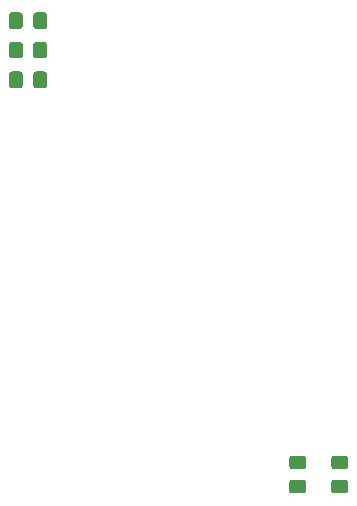
<source format=gbr>
G04 #@! TF.GenerationSoftware,KiCad,Pcbnew,(5.1.5-0-10_14)*
G04 #@! TF.CreationDate,2020-06-15T10:56:29+02:00*
G04 #@! TF.ProjectId,BROSE_LAWO_Adapter,42524f53-455f-44c4-9157-4f5f41646170,rev?*
G04 #@! TF.SameCoordinates,Original*
G04 #@! TF.FileFunction,Paste,Top*
G04 #@! TF.FilePolarity,Positive*
%FSLAX46Y46*%
G04 Gerber Fmt 4.6, Leading zero omitted, Abs format (unit mm)*
G04 Created by KiCad (PCBNEW (5.1.5-0-10_14)) date 2020-06-15 10:56:29*
%MOMM*%
%LPD*%
G04 APERTURE LIST*
%ADD10C,0.100000*%
G04 APERTURE END LIST*
D10*
G36*
X108678505Y-86049204D02*
G01*
X108702773Y-86052804D01*
X108726572Y-86058765D01*
X108749671Y-86067030D01*
X108771850Y-86077520D01*
X108792893Y-86090132D01*
X108812599Y-86104747D01*
X108830777Y-86121223D01*
X108847253Y-86139401D01*
X108861868Y-86159107D01*
X108874480Y-86180150D01*
X108884970Y-86202329D01*
X108893235Y-86225428D01*
X108899196Y-86249227D01*
X108902796Y-86273495D01*
X108904000Y-86297999D01*
X108904000Y-86948001D01*
X108902796Y-86972505D01*
X108899196Y-86996773D01*
X108893235Y-87020572D01*
X108884970Y-87043671D01*
X108874480Y-87065850D01*
X108861868Y-87086893D01*
X108847253Y-87106599D01*
X108830777Y-87124777D01*
X108812599Y-87141253D01*
X108792893Y-87155868D01*
X108771850Y-87168480D01*
X108749671Y-87178970D01*
X108726572Y-87187235D01*
X108702773Y-87193196D01*
X108678505Y-87196796D01*
X108654001Y-87198000D01*
X107753999Y-87198000D01*
X107729495Y-87196796D01*
X107705227Y-87193196D01*
X107681428Y-87187235D01*
X107658329Y-87178970D01*
X107636150Y-87168480D01*
X107615107Y-87155868D01*
X107595401Y-87141253D01*
X107577223Y-87124777D01*
X107560747Y-87106599D01*
X107546132Y-87086893D01*
X107533520Y-87065850D01*
X107523030Y-87043671D01*
X107514765Y-87020572D01*
X107508804Y-86996773D01*
X107505204Y-86972505D01*
X107504000Y-86948001D01*
X107504000Y-86297999D01*
X107505204Y-86273495D01*
X107508804Y-86249227D01*
X107514765Y-86225428D01*
X107523030Y-86202329D01*
X107533520Y-86180150D01*
X107546132Y-86159107D01*
X107560747Y-86139401D01*
X107577223Y-86121223D01*
X107595401Y-86104747D01*
X107615107Y-86090132D01*
X107636150Y-86077520D01*
X107658329Y-86067030D01*
X107681428Y-86058765D01*
X107705227Y-86052804D01*
X107729495Y-86049204D01*
X107753999Y-86048000D01*
X108654001Y-86048000D01*
X108678505Y-86049204D01*
G37*
G36*
X108678505Y-83999204D02*
G01*
X108702773Y-84002804D01*
X108726572Y-84008765D01*
X108749671Y-84017030D01*
X108771850Y-84027520D01*
X108792893Y-84040132D01*
X108812599Y-84054747D01*
X108830777Y-84071223D01*
X108847253Y-84089401D01*
X108861868Y-84109107D01*
X108874480Y-84130150D01*
X108884970Y-84152329D01*
X108893235Y-84175428D01*
X108899196Y-84199227D01*
X108902796Y-84223495D01*
X108904000Y-84247999D01*
X108904000Y-84898001D01*
X108902796Y-84922505D01*
X108899196Y-84946773D01*
X108893235Y-84970572D01*
X108884970Y-84993671D01*
X108874480Y-85015850D01*
X108861868Y-85036893D01*
X108847253Y-85056599D01*
X108830777Y-85074777D01*
X108812599Y-85091253D01*
X108792893Y-85105868D01*
X108771850Y-85118480D01*
X108749671Y-85128970D01*
X108726572Y-85137235D01*
X108702773Y-85143196D01*
X108678505Y-85146796D01*
X108654001Y-85148000D01*
X107753999Y-85148000D01*
X107729495Y-85146796D01*
X107705227Y-85143196D01*
X107681428Y-85137235D01*
X107658329Y-85128970D01*
X107636150Y-85118480D01*
X107615107Y-85105868D01*
X107595401Y-85091253D01*
X107577223Y-85074777D01*
X107560747Y-85056599D01*
X107546132Y-85036893D01*
X107533520Y-85015850D01*
X107523030Y-84993671D01*
X107514765Y-84970572D01*
X107508804Y-84946773D01*
X107505204Y-84922505D01*
X107504000Y-84898001D01*
X107504000Y-84247999D01*
X107505204Y-84223495D01*
X107508804Y-84199227D01*
X107514765Y-84175428D01*
X107523030Y-84152329D01*
X107533520Y-84130150D01*
X107546132Y-84109107D01*
X107560747Y-84089401D01*
X107577223Y-84071223D01*
X107595401Y-84054747D01*
X107615107Y-84040132D01*
X107636150Y-84027520D01*
X107658329Y-84017030D01*
X107681428Y-84008765D01*
X107705227Y-84002804D01*
X107729495Y-83999204D01*
X107753999Y-83998000D01*
X108654001Y-83998000D01*
X108678505Y-83999204D01*
G37*
G36*
X105122505Y-83999204D02*
G01*
X105146773Y-84002804D01*
X105170572Y-84008765D01*
X105193671Y-84017030D01*
X105215850Y-84027520D01*
X105236893Y-84040132D01*
X105256599Y-84054747D01*
X105274777Y-84071223D01*
X105291253Y-84089401D01*
X105305868Y-84109107D01*
X105318480Y-84130150D01*
X105328970Y-84152329D01*
X105337235Y-84175428D01*
X105343196Y-84199227D01*
X105346796Y-84223495D01*
X105348000Y-84247999D01*
X105348000Y-84898001D01*
X105346796Y-84922505D01*
X105343196Y-84946773D01*
X105337235Y-84970572D01*
X105328970Y-84993671D01*
X105318480Y-85015850D01*
X105305868Y-85036893D01*
X105291253Y-85056599D01*
X105274777Y-85074777D01*
X105256599Y-85091253D01*
X105236893Y-85105868D01*
X105215850Y-85118480D01*
X105193671Y-85128970D01*
X105170572Y-85137235D01*
X105146773Y-85143196D01*
X105122505Y-85146796D01*
X105098001Y-85148000D01*
X104197999Y-85148000D01*
X104173495Y-85146796D01*
X104149227Y-85143196D01*
X104125428Y-85137235D01*
X104102329Y-85128970D01*
X104080150Y-85118480D01*
X104059107Y-85105868D01*
X104039401Y-85091253D01*
X104021223Y-85074777D01*
X104004747Y-85056599D01*
X103990132Y-85036893D01*
X103977520Y-85015850D01*
X103967030Y-84993671D01*
X103958765Y-84970572D01*
X103952804Y-84946773D01*
X103949204Y-84922505D01*
X103948000Y-84898001D01*
X103948000Y-84247999D01*
X103949204Y-84223495D01*
X103952804Y-84199227D01*
X103958765Y-84175428D01*
X103967030Y-84152329D01*
X103977520Y-84130150D01*
X103990132Y-84109107D01*
X104004747Y-84089401D01*
X104021223Y-84071223D01*
X104039401Y-84054747D01*
X104059107Y-84040132D01*
X104080150Y-84027520D01*
X104102329Y-84017030D01*
X104125428Y-84008765D01*
X104149227Y-84002804D01*
X104173495Y-83999204D01*
X104197999Y-83998000D01*
X105098001Y-83998000D01*
X105122505Y-83999204D01*
G37*
G36*
X105122505Y-86049204D02*
G01*
X105146773Y-86052804D01*
X105170572Y-86058765D01*
X105193671Y-86067030D01*
X105215850Y-86077520D01*
X105236893Y-86090132D01*
X105256599Y-86104747D01*
X105274777Y-86121223D01*
X105291253Y-86139401D01*
X105305868Y-86159107D01*
X105318480Y-86180150D01*
X105328970Y-86202329D01*
X105337235Y-86225428D01*
X105343196Y-86249227D01*
X105346796Y-86273495D01*
X105348000Y-86297999D01*
X105348000Y-86948001D01*
X105346796Y-86972505D01*
X105343196Y-86996773D01*
X105337235Y-87020572D01*
X105328970Y-87043671D01*
X105318480Y-87065850D01*
X105305868Y-87086893D01*
X105291253Y-87106599D01*
X105274777Y-87124777D01*
X105256599Y-87141253D01*
X105236893Y-87155868D01*
X105215850Y-87168480D01*
X105193671Y-87178970D01*
X105170572Y-87187235D01*
X105146773Y-87193196D01*
X105122505Y-87196796D01*
X105098001Y-87198000D01*
X104197999Y-87198000D01*
X104173495Y-87196796D01*
X104149227Y-87193196D01*
X104125428Y-87187235D01*
X104102329Y-87178970D01*
X104080150Y-87168480D01*
X104059107Y-87155868D01*
X104039401Y-87141253D01*
X104021223Y-87124777D01*
X104004747Y-87106599D01*
X103990132Y-87086893D01*
X103977520Y-87065850D01*
X103967030Y-87043671D01*
X103958765Y-87020572D01*
X103952804Y-86996773D01*
X103949204Y-86972505D01*
X103948000Y-86948001D01*
X103948000Y-86297999D01*
X103949204Y-86273495D01*
X103952804Y-86249227D01*
X103958765Y-86225428D01*
X103967030Y-86202329D01*
X103977520Y-86180150D01*
X103990132Y-86159107D01*
X104004747Y-86139401D01*
X104021223Y-86121223D01*
X104039401Y-86104747D01*
X104059107Y-86090132D01*
X104080150Y-86077520D01*
X104102329Y-86067030D01*
X104125428Y-86058765D01*
X104149227Y-86052804D01*
X104173495Y-86049204D01*
X104197999Y-86048000D01*
X105098001Y-86048000D01*
X105122505Y-86049204D01*
G37*
G36*
X83195805Y-46480504D02*
G01*
X83220073Y-46484104D01*
X83243872Y-46490065D01*
X83266971Y-46498330D01*
X83289150Y-46508820D01*
X83310193Y-46521432D01*
X83329899Y-46536047D01*
X83348077Y-46552523D01*
X83364553Y-46570701D01*
X83379168Y-46590407D01*
X83391780Y-46611450D01*
X83402270Y-46633629D01*
X83410535Y-46656728D01*
X83416496Y-46680527D01*
X83420096Y-46704795D01*
X83421300Y-46729299D01*
X83421300Y-47629301D01*
X83420096Y-47653805D01*
X83416496Y-47678073D01*
X83410535Y-47701872D01*
X83402270Y-47724971D01*
X83391780Y-47747150D01*
X83379168Y-47768193D01*
X83364553Y-47787899D01*
X83348077Y-47806077D01*
X83329899Y-47822553D01*
X83310193Y-47837168D01*
X83289150Y-47849780D01*
X83266971Y-47860270D01*
X83243872Y-47868535D01*
X83220073Y-47874496D01*
X83195805Y-47878096D01*
X83171301Y-47879300D01*
X82521299Y-47879300D01*
X82496795Y-47878096D01*
X82472527Y-47874496D01*
X82448728Y-47868535D01*
X82425629Y-47860270D01*
X82403450Y-47849780D01*
X82382407Y-47837168D01*
X82362701Y-47822553D01*
X82344523Y-47806077D01*
X82328047Y-47787899D01*
X82313432Y-47768193D01*
X82300820Y-47747150D01*
X82290330Y-47724971D01*
X82282065Y-47701872D01*
X82276104Y-47678073D01*
X82272504Y-47653805D01*
X82271300Y-47629301D01*
X82271300Y-46729299D01*
X82272504Y-46704795D01*
X82276104Y-46680527D01*
X82282065Y-46656728D01*
X82290330Y-46633629D01*
X82300820Y-46611450D01*
X82313432Y-46590407D01*
X82328047Y-46570701D01*
X82344523Y-46552523D01*
X82362701Y-46536047D01*
X82382407Y-46521432D01*
X82403450Y-46508820D01*
X82425629Y-46498330D01*
X82448728Y-46490065D01*
X82472527Y-46484104D01*
X82496795Y-46480504D01*
X82521299Y-46479300D01*
X83171301Y-46479300D01*
X83195805Y-46480504D01*
G37*
G36*
X81145805Y-46480504D02*
G01*
X81170073Y-46484104D01*
X81193872Y-46490065D01*
X81216971Y-46498330D01*
X81239150Y-46508820D01*
X81260193Y-46521432D01*
X81279899Y-46536047D01*
X81298077Y-46552523D01*
X81314553Y-46570701D01*
X81329168Y-46590407D01*
X81341780Y-46611450D01*
X81352270Y-46633629D01*
X81360535Y-46656728D01*
X81366496Y-46680527D01*
X81370096Y-46704795D01*
X81371300Y-46729299D01*
X81371300Y-47629301D01*
X81370096Y-47653805D01*
X81366496Y-47678073D01*
X81360535Y-47701872D01*
X81352270Y-47724971D01*
X81341780Y-47747150D01*
X81329168Y-47768193D01*
X81314553Y-47787899D01*
X81298077Y-47806077D01*
X81279899Y-47822553D01*
X81260193Y-47837168D01*
X81239150Y-47849780D01*
X81216971Y-47860270D01*
X81193872Y-47868535D01*
X81170073Y-47874496D01*
X81145805Y-47878096D01*
X81121301Y-47879300D01*
X80471299Y-47879300D01*
X80446795Y-47878096D01*
X80422527Y-47874496D01*
X80398728Y-47868535D01*
X80375629Y-47860270D01*
X80353450Y-47849780D01*
X80332407Y-47837168D01*
X80312701Y-47822553D01*
X80294523Y-47806077D01*
X80278047Y-47787899D01*
X80263432Y-47768193D01*
X80250820Y-47747150D01*
X80240330Y-47724971D01*
X80232065Y-47701872D01*
X80226104Y-47678073D01*
X80222504Y-47653805D01*
X80221300Y-47629301D01*
X80221300Y-46729299D01*
X80222504Y-46704795D01*
X80226104Y-46680527D01*
X80232065Y-46656728D01*
X80240330Y-46633629D01*
X80250820Y-46611450D01*
X80263432Y-46590407D01*
X80278047Y-46570701D01*
X80294523Y-46552523D01*
X80312701Y-46536047D01*
X80332407Y-46521432D01*
X80353450Y-46508820D01*
X80375629Y-46498330D01*
X80398728Y-46490065D01*
X80422527Y-46484104D01*
X80446795Y-46480504D01*
X80471299Y-46479300D01*
X81121301Y-46479300D01*
X81145805Y-46480504D01*
G37*
G36*
X83195805Y-48980504D02*
G01*
X83220073Y-48984104D01*
X83243872Y-48990065D01*
X83266971Y-48998330D01*
X83289150Y-49008820D01*
X83310193Y-49021432D01*
X83329899Y-49036047D01*
X83348077Y-49052523D01*
X83364553Y-49070701D01*
X83379168Y-49090407D01*
X83391780Y-49111450D01*
X83402270Y-49133629D01*
X83410535Y-49156728D01*
X83416496Y-49180527D01*
X83420096Y-49204795D01*
X83421300Y-49229299D01*
X83421300Y-50129301D01*
X83420096Y-50153805D01*
X83416496Y-50178073D01*
X83410535Y-50201872D01*
X83402270Y-50224971D01*
X83391780Y-50247150D01*
X83379168Y-50268193D01*
X83364553Y-50287899D01*
X83348077Y-50306077D01*
X83329899Y-50322553D01*
X83310193Y-50337168D01*
X83289150Y-50349780D01*
X83266971Y-50360270D01*
X83243872Y-50368535D01*
X83220073Y-50374496D01*
X83195805Y-50378096D01*
X83171301Y-50379300D01*
X82521299Y-50379300D01*
X82496795Y-50378096D01*
X82472527Y-50374496D01*
X82448728Y-50368535D01*
X82425629Y-50360270D01*
X82403450Y-50349780D01*
X82382407Y-50337168D01*
X82362701Y-50322553D01*
X82344523Y-50306077D01*
X82328047Y-50287899D01*
X82313432Y-50268193D01*
X82300820Y-50247150D01*
X82290330Y-50224971D01*
X82282065Y-50201872D01*
X82276104Y-50178073D01*
X82272504Y-50153805D01*
X82271300Y-50129301D01*
X82271300Y-49229299D01*
X82272504Y-49204795D01*
X82276104Y-49180527D01*
X82282065Y-49156728D01*
X82290330Y-49133629D01*
X82300820Y-49111450D01*
X82313432Y-49090407D01*
X82328047Y-49070701D01*
X82344523Y-49052523D01*
X82362701Y-49036047D01*
X82382407Y-49021432D01*
X82403450Y-49008820D01*
X82425629Y-48998330D01*
X82448728Y-48990065D01*
X82472527Y-48984104D01*
X82496795Y-48980504D01*
X82521299Y-48979300D01*
X83171301Y-48979300D01*
X83195805Y-48980504D01*
G37*
G36*
X81145805Y-48980504D02*
G01*
X81170073Y-48984104D01*
X81193872Y-48990065D01*
X81216971Y-48998330D01*
X81239150Y-49008820D01*
X81260193Y-49021432D01*
X81279899Y-49036047D01*
X81298077Y-49052523D01*
X81314553Y-49070701D01*
X81329168Y-49090407D01*
X81341780Y-49111450D01*
X81352270Y-49133629D01*
X81360535Y-49156728D01*
X81366496Y-49180527D01*
X81370096Y-49204795D01*
X81371300Y-49229299D01*
X81371300Y-50129301D01*
X81370096Y-50153805D01*
X81366496Y-50178073D01*
X81360535Y-50201872D01*
X81352270Y-50224971D01*
X81341780Y-50247150D01*
X81329168Y-50268193D01*
X81314553Y-50287899D01*
X81298077Y-50306077D01*
X81279899Y-50322553D01*
X81260193Y-50337168D01*
X81239150Y-50349780D01*
X81216971Y-50360270D01*
X81193872Y-50368535D01*
X81170073Y-50374496D01*
X81145805Y-50378096D01*
X81121301Y-50379300D01*
X80471299Y-50379300D01*
X80446795Y-50378096D01*
X80422527Y-50374496D01*
X80398728Y-50368535D01*
X80375629Y-50360270D01*
X80353450Y-50349780D01*
X80332407Y-50337168D01*
X80312701Y-50322553D01*
X80294523Y-50306077D01*
X80278047Y-50287899D01*
X80263432Y-50268193D01*
X80250820Y-50247150D01*
X80240330Y-50224971D01*
X80232065Y-50201872D01*
X80226104Y-50178073D01*
X80222504Y-50153805D01*
X80221300Y-50129301D01*
X80221300Y-49229299D01*
X80222504Y-49204795D01*
X80226104Y-49180527D01*
X80232065Y-49156728D01*
X80240330Y-49133629D01*
X80250820Y-49111450D01*
X80263432Y-49090407D01*
X80278047Y-49070701D01*
X80294523Y-49052523D01*
X80312701Y-49036047D01*
X80332407Y-49021432D01*
X80353450Y-49008820D01*
X80375629Y-48998330D01*
X80398728Y-48990065D01*
X80422527Y-48984104D01*
X80446795Y-48980504D01*
X80471299Y-48979300D01*
X81121301Y-48979300D01*
X81145805Y-48980504D01*
G37*
G36*
X83195805Y-51480504D02*
G01*
X83220073Y-51484104D01*
X83243872Y-51490065D01*
X83266971Y-51498330D01*
X83289150Y-51508820D01*
X83310193Y-51521432D01*
X83329899Y-51536047D01*
X83348077Y-51552523D01*
X83364553Y-51570701D01*
X83379168Y-51590407D01*
X83391780Y-51611450D01*
X83402270Y-51633629D01*
X83410535Y-51656728D01*
X83416496Y-51680527D01*
X83420096Y-51704795D01*
X83421300Y-51729299D01*
X83421300Y-52629301D01*
X83420096Y-52653805D01*
X83416496Y-52678073D01*
X83410535Y-52701872D01*
X83402270Y-52724971D01*
X83391780Y-52747150D01*
X83379168Y-52768193D01*
X83364553Y-52787899D01*
X83348077Y-52806077D01*
X83329899Y-52822553D01*
X83310193Y-52837168D01*
X83289150Y-52849780D01*
X83266971Y-52860270D01*
X83243872Y-52868535D01*
X83220073Y-52874496D01*
X83195805Y-52878096D01*
X83171301Y-52879300D01*
X82521299Y-52879300D01*
X82496795Y-52878096D01*
X82472527Y-52874496D01*
X82448728Y-52868535D01*
X82425629Y-52860270D01*
X82403450Y-52849780D01*
X82382407Y-52837168D01*
X82362701Y-52822553D01*
X82344523Y-52806077D01*
X82328047Y-52787899D01*
X82313432Y-52768193D01*
X82300820Y-52747150D01*
X82290330Y-52724971D01*
X82282065Y-52701872D01*
X82276104Y-52678073D01*
X82272504Y-52653805D01*
X82271300Y-52629301D01*
X82271300Y-51729299D01*
X82272504Y-51704795D01*
X82276104Y-51680527D01*
X82282065Y-51656728D01*
X82290330Y-51633629D01*
X82300820Y-51611450D01*
X82313432Y-51590407D01*
X82328047Y-51570701D01*
X82344523Y-51552523D01*
X82362701Y-51536047D01*
X82382407Y-51521432D01*
X82403450Y-51508820D01*
X82425629Y-51498330D01*
X82448728Y-51490065D01*
X82472527Y-51484104D01*
X82496795Y-51480504D01*
X82521299Y-51479300D01*
X83171301Y-51479300D01*
X83195805Y-51480504D01*
G37*
G36*
X81145805Y-51480504D02*
G01*
X81170073Y-51484104D01*
X81193872Y-51490065D01*
X81216971Y-51498330D01*
X81239150Y-51508820D01*
X81260193Y-51521432D01*
X81279899Y-51536047D01*
X81298077Y-51552523D01*
X81314553Y-51570701D01*
X81329168Y-51590407D01*
X81341780Y-51611450D01*
X81352270Y-51633629D01*
X81360535Y-51656728D01*
X81366496Y-51680527D01*
X81370096Y-51704795D01*
X81371300Y-51729299D01*
X81371300Y-52629301D01*
X81370096Y-52653805D01*
X81366496Y-52678073D01*
X81360535Y-52701872D01*
X81352270Y-52724971D01*
X81341780Y-52747150D01*
X81329168Y-52768193D01*
X81314553Y-52787899D01*
X81298077Y-52806077D01*
X81279899Y-52822553D01*
X81260193Y-52837168D01*
X81239150Y-52849780D01*
X81216971Y-52860270D01*
X81193872Y-52868535D01*
X81170073Y-52874496D01*
X81145805Y-52878096D01*
X81121301Y-52879300D01*
X80471299Y-52879300D01*
X80446795Y-52878096D01*
X80422527Y-52874496D01*
X80398728Y-52868535D01*
X80375629Y-52860270D01*
X80353450Y-52849780D01*
X80332407Y-52837168D01*
X80312701Y-52822553D01*
X80294523Y-52806077D01*
X80278047Y-52787899D01*
X80263432Y-52768193D01*
X80250820Y-52747150D01*
X80240330Y-52724971D01*
X80232065Y-52701872D01*
X80226104Y-52678073D01*
X80222504Y-52653805D01*
X80221300Y-52629301D01*
X80221300Y-51729299D01*
X80222504Y-51704795D01*
X80226104Y-51680527D01*
X80232065Y-51656728D01*
X80240330Y-51633629D01*
X80250820Y-51611450D01*
X80263432Y-51590407D01*
X80278047Y-51570701D01*
X80294523Y-51552523D01*
X80312701Y-51536047D01*
X80332407Y-51521432D01*
X80353450Y-51508820D01*
X80375629Y-51498330D01*
X80398728Y-51490065D01*
X80422527Y-51484104D01*
X80446795Y-51480504D01*
X80471299Y-51479300D01*
X81121301Y-51479300D01*
X81145805Y-51480504D01*
G37*
M02*

</source>
